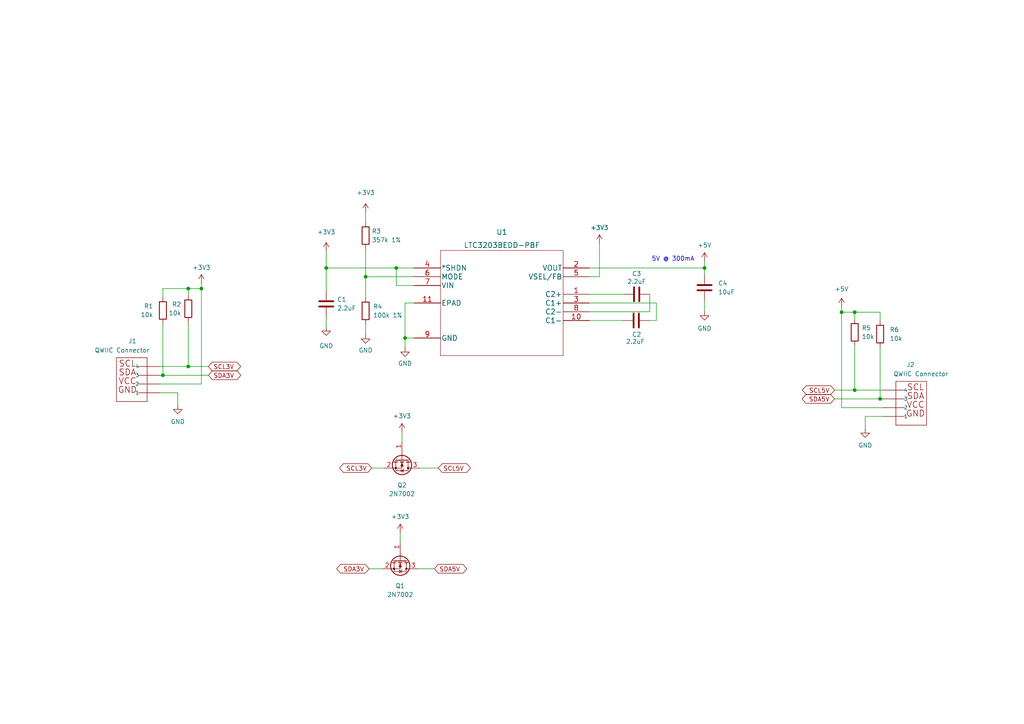
<source format=kicad_sch>
(kicad_sch (version 20211123) (generator eeschema)
  (paper "A4")
  (lib_symbols
    (symbol "Device:C" (pin_numbers hide) (pin_names (offset 0.254))
      (property "Reference" "C" (at 0.635 2.54 0))
      (property "Value" "C" (at 0.635 -2.54 0))
      (symbol "C_0_1"
        (polyline (pts (xy -2.032 -0.762) (xy 2.032 -0.762)) (stroke (width 0.508)))
        (polyline (pts (xy -2.032 0.762) (xy 2.032 0.762)) (stroke (width 0.508)))
      )
      (symbol "C_1_1"
        (pin passive line (at 0 3.81 270) (length 2.794) (name "~") (number "1"))
        (pin passive line (at 0 -3.81 90) (length 2.794) (name "~") (number "2"))
      )
    )
    (symbol "Device:R" (pin_numbers hide) (pin_names (offset 0))
      (property "Reference" "R" (at 2.032 0 90))
      (property "Value" "R" (at 0 0 90))
      (symbol "R_0_1"
        (rectangle (start -1.016 -2.54) (end 1.016 2.54) (stroke (width 0.254)))
      )
      (symbol "R_1_1"
        (pin passive line (at 0 3.81 270) (length 1.27) (name "~") (number "1"))
        (pin passive line (at 0 -3.81 90) (length 1.27) (name "~") (number "2"))
      )
    )
    (symbol "SparkFun-Connectors:I2C_STANDARD" (pin_numbers hide) (pin_names (offset 1.016))
      (property "Reference" "J" (at -2.54 13.462 0))
      (property "Value" "I2C_STANDARD" (at -2.54 -2.54 0))
      (symbol "I2C_STANDARD_1_0"
        (polyline (pts (xy -2.54 12.7) (xy -2.54 0)))
        (polyline (pts (xy -2.54 12.7) (xy 6.35 12.7)))
        (polyline (pts (xy 3.81 2.54) (xy 5.08 2.54)))
        (polyline (pts (xy 3.81 5.08) (xy 5.08 5.08)))
        (polyline (pts (xy 3.81 7.62) (xy 5.08 7.62)))
        (polyline (pts (xy 3.81 10.16) (xy 5.08 10.16)))
        (polyline (pts (xy 6.35 0) (xy -2.54 0)))
        (polyline (pts (xy 6.35 0) (xy 6.35 12.7)))
        (text "GND" (at 0.635 3.429 0) (effects (font (size 1.778 1.778))))
        (text "SCL" (at 0.635 11.049 0) (effects (font (size 1.778 1.778))))
        (text "SDA" (at 0.635 8.509 0) (effects (font (size 1.778 1.778))))
        (text "VCC" (at 0.635 5.969 0) (effects (font (size 1.778 1.778))))
      )
      (symbol "I2C_STANDARD_1_1"
        (pin passive line (at 10.16 2.54 180) (length 5.08) (name "1") (number "1"))
        (pin passive line (at 10.16 5.08 180) (length 5.08) (name "2") (number "2"))
        (pin passive line (at 10.16 7.62 180) (length 5.08) (name "3") (number "3"))
        (pin passive line (at 10.16 10.16 180) (length 5.08) (name "4") (number "4"))
      )
    )
    (symbol "Transistor_FET:2N7002" (pin_names hide)
      (property "Reference" "Q" (at 5.08 1.905 0))
      (property "Value" "2N7002" (at 5.08 0 0))
      (symbol "2N7002_0_1"
        (polyline (pts (xy 0.254 0) (xy -2.54 0)))
        (polyline (pts (xy 0.254 1.905) (xy 0.254 -1.905)) (stroke (width 0.254)))
        (polyline (pts (xy 0.762 -1.27) (xy 0.762 -2.286)) (stroke (width 0.254)))
        (polyline (pts (xy 0.762 0.508) (xy 0.762 -0.508)) (stroke (width 0.254)))
        (polyline (pts (xy 0.762 2.286) (xy 0.762 1.27)) (stroke (width 0.254)))
        (polyline (pts (xy 2.54 2.54) (xy 2.54 1.778)))
        (polyline (pts (xy 2.54 -2.54) (xy 2.54 0) (xy 0.762 0)))
        (polyline (pts (xy 0.762 -1.778) (xy 3.302 -1.778) (xy 3.302 1.778) (xy 0.762 1.778)))
        (polyline (pts (xy 1.016 0) (xy 2.032 0.381) (xy 2.032 -0.381) (xy 1.016 0)) (fill (type outline)))
        (polyline (pts (xy 2.794 0.508) (xy 2.921 0.381) (xy 3.683 0.381) (xy 3.81 0.254)))
        (polyline (pts (xy 3.302 0.381) (xy 2.921 -0.254) (xy 3.683 -0.254) (xy 3.302 0.381)))
        (circle (center 1.651 0) (radius 2.794) (stroke (width 0.254)))
        (circle (center 2.54 -1.778) (radius 0.254) (fill (type outline)))
        (circle (center 2.54 1.778) (radius 0.254) (fill (type outline)))
      )
      (symbol "2N7002_1_1"
        (pin input line (at -5.08 0 0) (length 2.54) (name "G") (number "1"))
        (pin passive line (at 2.54 -5.08 90) (length 2.54) (name "S") (number "2"))
        (pin passive line (at 2.54 5.08 270) (length 2.54) (name "D") (number "3"))
      )
    )
    (symbol "UltraLibrarian:LTC3203BEDD-PBF" (pin_names (offset 0.254))
      (property "Reference" "U" (at 25.4 10.16 0))
      (property "Value" "LTC3203BEDD-PBF" (at 25.4 7.62 0))
      (symbol "LTC3203BEDD-PBF_1_1"
        (polyline (pts (xy 7.62 -25.4) (xy 43.18 -25.4)) (stroke (width 0.127)))
        (polyline (pts (xy 7.62 5.08) (xy 7.62 -25.4)) (stroke (width 0.127)))
        (polyline (pts (xy 43.18 -25.4) (xy 43.18 5.08)) (stroke (width 0.127)))
        (polyline (pts (xy 43.18 5.08) (xy 7.62 5.08)) (stroke (width 0.127)))
        (pin unspecified line (at 50.8 -7.62 180) (length 7.62) (name "C2+") (number "1"))
        (pin unspecified line (at 50.8 -15.24 180) (length 7.62) (name "C1-") (number "10"))
        (pin unspecified line (at 0 -10.16 0) (length 7.62) (name "EPAD") (number "11"))
        (pin output line (at 50.8 0 180) (length 7.62) (name "VOUT") (number "2"))
        (pin unspecified line (at 50.8 -10.16 180) (length 7.62) (name "C1+") (number "3"))
        (pin input line (at 0 0 0) (length 7.62) (name "*SHDN") (number "4"))
        (pin output line (at 50.8 -2.54 180) (length 7.62) (name "VSEL/FB") (number "5"))
        (pin input line (at 0 -2.54 0) (length 7.62) (name "MODE") (number "6"))
        (pin input line (at 0 -5.08 0) (length 7.62) (name "VIN") (number "7"))
        (pin unspecified line (at 50.8 -12.7 180) (length 7.62) (name "C2-") (number "8"))
        (pin power_in line (at 0 -20.32 0) (length 7.62) (name "GND") (number "9"))
      )
    )
    (symbol "power:+3V3" (power) (pin_names (offset 0))
      (property "Value" "+3V3" (at 0 3.556 0))
      (symbol "+3V3_0_1"
        (polyline (pts (xy -0.762 1.27) (xy 0 2.54)))
        (polyline (pts (xy 0 0) (xy 0 2.54)))
        (polyline (pts (xy 0 2.54) (xy 0.762 1.27)))
      )
      (symbol "+3V3_1_1"
        (pin power_in line (at 0 0 90) (length 0) hide (name "+3V3") (number "1"))
      )
    )
    (symbol "power:+5V" (power) (pin_names (offset 0))
      (property "Value" "+5V" (at 0 3.556 0))
      (symbol "+5V_0_1"
        (polyline (pts (xy -0.762 1.27) (xy 0 2.54)))
        (polyline (pts (xy 0 0) (xy 0 2.54)))
        (polyline (pts (xy 0 2.54) (xy 0.762 1.27)))
      )
      (symbol "+5V_1_1"
        (pin power_in line (at 0 0 90) (length 0) hide (name "+5V") (number "1"))
      )
    )
    (symbol "power:GND" (power) (pin_names (offset 0))
      (property "Value" "GND" (at 0 -3.81 0))
      (symbol "GND_0_1"
        (polyline (pts (xy 0 0) (xy 0 -1.27) (xy 1.27 -1.27) (xy 0 -2.54) (xy -1.27 -1.27) (xy 0 -1.27)))
      )
      (symbol "GND_1_1"
        (pin power_in line (at 0 0 270) (length 0) hide (name "GND") (number "1"))
      )
    )
  )
  (junction (at 255.27 115.697))
  (junction (at 54.61 106.299))
  (junction (at 58.42 83.693))
  (junction (at 54.61 83.693))
  (junction (at 247.904 90.551))
  (junction (at 106.045 80.264))
  (junction (at 117.475 98.044))
  (junction (at 204.343 77.724))
  (junction (at 247.904 113.157))
  (junction (at 244.094 90.551))
  (junction (at 114.935 77.724))
  (junction (at 94.615 77.724))
  (junction (at 47.244 108.839))
  (wire (pts (xy 46.482 108.839) (xy 47.244 108.839)))
  (wire (pts (xy 170.942 77.724) (xy 204.343 77.724)))
  (wire (pts (xy 190.373 87.884) (xy 190.373 92.964)))
  (wire (pts (xy 247.904 113.157) (xy 242.062 113.157)))
  (wire (pts (xy 117.475 98.044) (xy 120.142 98.044)))
  (wire (pts (xy 54.61 83.693) (xy 47.244 83.693)))
  (wire (pts (xy 247.904 90.551) (xy 247.904 92.583)))
  (wire (pts (xy 116.586 125.349) (xy 116.586 128.143)))
  (wire (pts (xy 173.863 80.264) (xy 170.942 80.264)))
  (wire (pts (xy 51.562 113.919) (xy 46.482 113.919)))
  (wire (pts (xy 170.942 85.344) (xy 180.848 85.344)))
  (wire (pts (xy 244.094 118.237) (xy 256.032 118.237)))
  (wire (pts (xy 204.343 77.724) (xy 204.343 79.629)))
  (wire (pts (xy 94.615 77.724) (xy 94.615 84.328)))
  (wire (pts (xy 54.61 83.693) (xy 54.61 85.725)))
  (wire (pts (xy 106.045 61.595) (xy 106.045 64.516)))
  (wire (pts (xy 106.045 72.136) (xy 106.045 80.264)))
  (wire (pts (xy 58.42 83.693) (xy 58.42 111.379)))
  (wire (pts (xy 256.032 115.697) (xy 255.27 115.697)))
  (wire (pts (xy 94.615 77.724) (xy 114.935 77.724)))
  (wire (pts (xy 204.343 75.819) (xy 204.343 77.724)))
  (wire (pts (xy 190.373 92.964) (xy 188.341 92.964)))
  (wire (pts (xy 106.045 80.264) (xy 106.045 86.36)))
  (wire (pts (xy 250.952 120.777) (xy 250.952 124.333)))
  (wire (pts (xy 47.244 93.853) (xy 47.244 108.839)))
  (wire (pts (xy 244.094 89.027) (xy 244.094 90.551)))
  (wire (pts (xy 255.27 115.697) (xy 242.062 115.697)))
  (wire (pts (xy 255.27 100.711) (xy 255.27 115.697)))
  (wire (pts (xy 46.482 106.299) (xy 54.61 106.299)))
  (wire (pts (xy 247.904 100.203) (xy 247.904 113.157)))
  (wire (pts (xy 106.045 80.264) (xy 120.142 80.264)))
  (wire (pts (xy 116.078 154.559) (xy 116.078 157.353)))
  (wire (pts (xy 170.942 92.964) (xy 180.721 92.964)))
  (wire (pts (xy 170.942 87.884) (xy 190.373 87.884)))
  (wire (pts (xy 94.615 91.948) (xy 94.615 94.742)))
  (wire (pts (xy 117.475 87.884) (xy 117.475 98.044)))
  (wire (pts (xy 120.142 82.804) (xy 114.935 82.804)))
  (wire (pts (xy 114.935 77.724) (xy 120.142 77.724)))
  (wire (pts (xy 121.666 135.763) (xy 127.127 135.763)))
  (wire (pts (xy 188.468 90.424) (xy 188.468 85.344)))
  (wire (pts (xy 54.61 93.345) (xy 54.61 106.299)))
  (wire (pts (xy 47.244 108.839) (xy 60.452 108.839)))
  (wire (pts (xy 107.823 135.763) (xy 111.506 135.763)))
  (wire (pts (xy 173.863 70.612) (xy 173.863 80.264)))
  (wire (pts (xy 51.562 113.919) (xy 51.562 117.475)))
  (wire (pts (xy 244.094 90.551) (xy 244.094 118.237)))
  (wire (pts (xy 58.42 83.693) (xy 54.61 83.693)))
  (wire (pts (xy 117.475 98.044) (xy 117.475 100.838)))
  (wire (pts (xy 255.27 90.551) (xy 255.27 93.091)))
  (wire (pts (xy 244.094 90.551) (xy 247.904 90.551)))
  (wire (pts (xy 58.42 82.169) (xy 58.42 83.693)))
  (wire (pts (xy 58.42 111.379) (xy 46.482 111.379)))
  (wire (pts (xy 114.935 82.804) (xy 114.935 77.724)))
  (wire (pts (xy 121.158 164.973) (xy 125.984 164.973)))
  (wire (pts (xy 247.904 90.551) (xy 255.27 90.551)))
  (wire (pts (xy 54.61 106.299) (xy 60.452 106.299)))
  (wire (pts (xy 94.615 72.898) (xy 94.615 77.724)))
  (wire (pts (xy 256.032 113.157) (xy 247.904 113.157)))
  (wire (pts (xy 250.952 120.777) (xy 256.032 120.777)))
  (wire (pts (xy 106.045 93.98) (xy 106.045 97.028)))
  (wire (pts (xy 120.142 87.884) (xy 117.475 87.884)))
  (wire (pts (xy 107.061 164.973) (xy 110.998 164.973)))
  (wire (pts (xy 170.942 90.424) (xy 188.468 90.424)))
  (wire (pts (xy 47.244 83.693) (xy 47.244 86.233)))
  (wire (pts (xy 204.343 87.249) (xy 204.343 90.297)))
  (text "5V @ 300mA" (at 188.976 75.946 0) (effects (font (size 1.27 1.27)) (justify left bottom)))
  (global_label "SCL5V" (shape bidirectional) (at 127.127 135.763 0) (property "Intersheet References" "${INTERSHEET_REFS}" (effects hide)))
  (global_label "SDA5V" (shape bidirectional) (at 125.984 164.973 0) (property "Intersheet References" "${INTERSHEET_REFS}" (effects hide)))
  (global_label "SDA3V" (shape bidirectional) (at 107.061 164.973 180) (property "Intersheet References" "${INTERSHEET_REFS}" (effects hide)))
  (global_label "SDA3V" (shape bidirectional) (at 60.452 108.839 0) (property "Intersheet References" "${INTERSHEET_REFS}" (effects hide)))
  (global_label "SDA5V" (shape bidirectional) (at 242.062 115.697 180) (property "Intersheet References" "${INTERSHEET_REFS}" (effects hide)))
  (global_label "SCL3V" (shape bidirectional) (at 107.823 135.763 180) (property "Intersheet References" "${INTERSHEET_REFS}" (effects hide)))
  (global_label "SCL5V" (shape bidirectional) (at 242.062 113.157 180) (property "Intersheet References" "${INTERSHEET_REFS}" (effects hide)))
  (global_label "SCL3V" (shape bidirectional) (at 60.452 106.299 0) (property "Intersheet References" "${INTERSHEET_REFS}" (effects hide)))
  (symbol (lib_id "power:+5V") (at 244.094 89.027 0) (unit 1)
    (property "Reference" "#PWR013" (effects hide))
    (property "Value" "+5V" (at 244.094 83.82 0))
  )
  (symbol (lib_id "power:GND") (at 51.562 117.475 0) (mirror y) (unit 1)
    (property "Reference" "#PWR01" (effects hide))
    (property "Value" "GND" (at 51.562 122.301 0))
  )
  (symbol (lib_id "power:+3V3") (at 116.078 154.559 0) (unit 1)
    (property "Reference" "#PWR07" (effects hide))
    (property "Value" "+3V3" (at 116.078 149.86 0))
  )
  (symbol (lib_id "power:+3V3") (at 94.615 72.898 0) (unit 1)
    (property "Reference" "#PWR03" (effects hide))
    (property "Value" "+3V3" (at 94.615 67.31 0))
  )
  (symbol (lib_id "power:+3V3") (at 173.863 70.612 0) (unit 1)
    (property "Reference" "#PWR010" (effects hide))
    (property "Value" "+3V3" (at 173.863 66.04 0))
  )
  (symbol (lib_id "power:+3V3") (at 58.42 82.169 0) (mirror y) (unit 1)
    (property "Reference" "#PWR02" (effects hide))
    (property "Value" "+3V3" (at 58.42 77.597 0))
  )
  (symbol (lib_id "power:GND") (at 204.343 90.297 0) (unit 1)
    (property "Reference" "#PWR012" (effects hide))
    (property "Value" "GND" (at 204.343 95.25 0))
  )
  (symbol (lib_id "SparkFun-Connectors:I2C_STANDARD") (at 266.192 123.317 0) (mirror y) (unit 1)
    (property "Reference" "J2" (at 262.89 105.791 0) (effects (justify right)))
    (property "Value" "QWIIC Connector" (at 259.08 108.458 0) (effects (justify right)))
    (property "Footprint" "Beirdo:QWIIC Connector" (effects hide))
    (property "SparkFun" "PRT-16766" (effects hide))
  )
  (symbol (lib_id "power:+5V") (at 204.343 75.819 0) (unit 1)
    (property "Reference" "#PWR011" (effects hide))
    (property "Value" "+5V" (at 204.343 71.12 0))
  )
  (symbol (lib_id "Device:R") (at 47.244 90.043 0) (mirror y) (unit 1)
    (property "Reference" "R1" (at 44.45 88.7729 0) (effects (justify left)))
    (property "Value" "10k" (at 44.45 91.3129 0) (effects (justify left)))
    (property "Footprint" "Resistor_SMD:R_0805_2012Metric_Pad1.20x1.40mm_HandSolder" (effects hide))
  )
  (symbol (lib_id "Device:C") (at 184.658 85.344 90) (unit 1)
    (property "Reference" "C3" (at 184.658 79.375 90))
    (property "Value" "2.2uF" (at 184.658 81.661 90))
    (property "Footprint" "Capacitor_SMD:C_0805_2012Metric_Pad1.18x1.45mm_HandSolder" (effects hide))
  )
  (symbol (lib_id "Device:R") (at 247.904 96.393 0) (unit 1)
    (property "Reference" "R5" (at 249.936 95.1229 0) (effects (justify left)))
    (property "Value" "10k" (at 249.936 97.6629 0) (effects (justify left)))
    (property "Footprint" "Resistor_SMD:R_0805_2012Metric_Pad1.20x1.40mm_HandSolder" (effects hide))
  )
  (symbol (lib_id "Transistor_FET:2N7002") (at 116.078 162.433 270) (unit 1)
    (property "Reference" "Q1" (at 116.078 169.926 90))
    (property "Value" "2N7002" (at 116.078 172.466 90))
    (property "Footprint" "Package_TO_SOT_SMD:SOT-23" (effects hide))
    (property "Datasheet" "https://www.onsemi.com/pub/Collateral/NDS7002A-D.PDF" (effects hide))
  )
  (symbol (lib_id "power:GND") (at 117.475 100.838 0) (unit 1)
    (property "Reference" "#PWR09" (effects hide))
    (property "Value" "GND" (at 117.475 105.41 0))
  )
  (symbol (lib_id "power:+3V3") (at 116.586 125.349 0) (unit 1)
    (property "Reference" "#PWR08" (effects hide))
    (property "Value" "+3V3" (at 116.586 120.65 0))
  )
  (symbol (lib_id "Device:R") (at 255.27 96.901 0) (unit 1)
    (property "Reference" "R6" (at 258.064 95.6309 0) (effects (justify left)))
    (property "Value" "10k" (at 258.064 98.1709 0) (effects (justify left)))
    (property "Footprint" "Resistor_SMD:R_0805_2012Metric_Pad1.20x1.40mm_HandSolder" (effects hide))
  )
  (symbol (lib_id "power:GND") (at 94.615 94.742 0) (unit 1)
    (property "Reference" "#PWR04" (effects hide))
    (property "Value" "GND" (at 94.615 100.33 0))
  )
  (symbol (lib_id "Transistor_FET:2N7002") (at 116.586 133.223 270) (unit 1)
    (property "Reference" "Q2" (at 116.586 140.716 90))
    (property "Value" "2N7002" (at 116.586 143.256 90))
    (property "Footprint" "Package_TO_SOT_SMD:SOT-23" (effects hide))
    (property "Datasheet" "https://www.onsemi.com/pub/Collateral/NDS7002A-D.PDF" (effects hide))
  )
  (symbol (lib_id "SparkFun-Connectors:I2C_STANDARD") (at 36.322 116.459 0) (unit 1)
    (property "Reference" "J1" (at 39.624 98.933 0) (effects (justify right)))
    (property "Value" "QWIIC Connector" (at 43.434 101.6 0) (effects (justify right)))
    (property "Footprint" "Beirdo:QWIIC Connector" (effects hide))
    (property "SparkFun" "PRT-16766" (effects hide))
  )
  (symbol (lib_id "UltraLibrarian:LTC3203BEDD-PBF") (at 120.142 77.724 0) (unit 1)
    (property "Reference" "U1" (at 145.542 67.31 0) (effects (font (size 1.524 1.524))))
    (property "Value" "LTC3203BEDD-PBF" (at 145.542 71.12 0) (effects (font (size 1.524 1.524))))
    (property "Footprint" "UltraLibrarian:LTC3203BEDD-PBF" (effects hide))
  )
  (symbol (lib_id "Device:C") (at 184.531 92.964 90) (mirror x) (unit 1)
    (property "Reference" "C2" (at 184.658 97.028 90))
    (property "Value" "2.2uF" (at 184.277 99.06 90))
    (property "Footprint" "Capacitor_SMD:C_0805_2012Metric_Pad1.18x1.45mm_HandSolder" (effects hide))
  )
  (symbol (lib_id "Device:C") (at 204.343 83.439 0) (unit 1)
    (property "Reference" "C4" (at 208.28 82.1689 0) (effects (justify left)))
    (property "Value" "10uF" (at 208.28 84.7089 0) (effects (justify left)))
    (property "Footprint" "Capacitor_SMD:C_0805_2012Metric_Pad1.18x1.45mm_HandSolder" (effects hide))
  )
  (symbol (lib_id "Device:R") (at 106.045 68.326 0) (unit 1)
    (property "Reference" "R3" (at 107.823 67.0559 0) (effects (justify left)))
    (property "Value" "357k 1%" (at 107.823 69.5959 0) (effects (justify left)))
    (property "Footprint" "Resistor_SMD:R_0805_2012Metric_Pad1.20x1.40mm_HandSolder" (effects hide))
  )
  (symbol (lib_id "power:GND") (at 106.045 97.028 0) (unit 1)
    (property "Reference" "#PWR06" (effects hide))
    (property "Value" "GND" (at 106.045 101.6 0))
  )
  (symbol (lib_id "Device:R") (at 106.045 90.17 180) (unit 1)
    (property "Reference" "R4" (at 108.204 88.8999 0) (effects (justify right)))
    (property "Value" "100k 1%" (at 108.204 91.4399 0) (effects (justify right)))
    (property "Footprint" "Resistor_SMD:R_0805_2012Metric_Pad1.20x1.40mm_HandSolder" (effects hide))
  )
  (symbol (lib_id "Device:C") (at 94.615 88.138 0) (unit 1)
    (property "Reference" "C1" (at 97.79 86.8679 0) (effects (justify left)))
    (property "Value" "2.2uF" (at 97.79 89.4079 0) (effects (justify left)))
    (property "Footprint" "Capacitor_SMD:C_0805_2012Metric_Pad1.18x1.45mm_HandSolder" (effects hide))
  )
  (symbol (lib_id "Device:R") (at 54.61 89.535 0) (mirror y) (unit 1)
    (property "Reference" "R2" (at 52.578 88.2649 0) (effects (justify left)))
    (property "Value" "10k" (at 52.578 90.8049 0) (effects (justify left)))
    (property "Footprint" "Resistor_SMD:R_0805_2012Metric_Pad1.20x1.40mm_HandSolder" (effects hide))
  )
  (symbol (lib_id "power:+3V3") (at 106.045 61.595 0) (unit 1)
    (property "Reference" "#PWR05" (effects hide))
    (property "Value" "+3V3" (at 106.045 55.88 0))
  )
  (symbol (lib_id "power:GND") (at 250.952 124.333 0) (unit 1)
    (property "Reference" "#PWR014" (effects hide))
    (property "Value" "GND" (at 250.952 129.159 0))
  )
)
</source>
